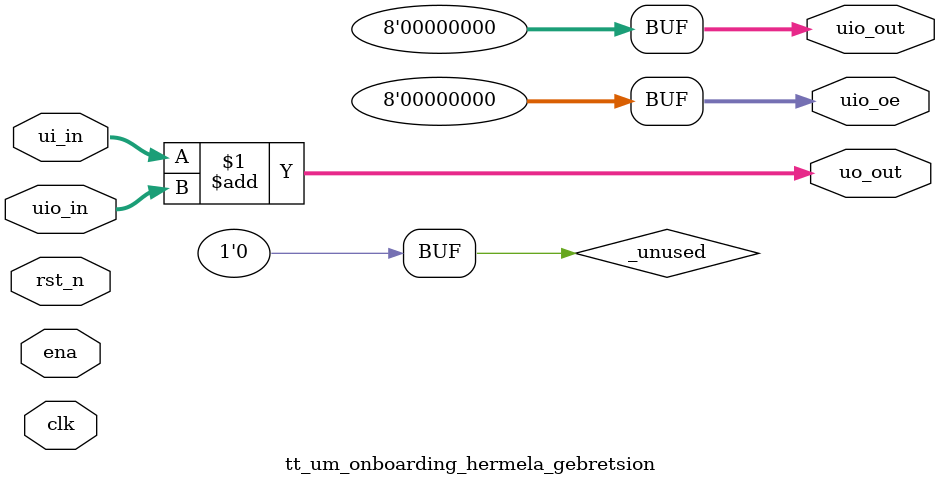
<source format=v>
/*
 * Copyright (c) 2024 Your Name
 * SPDX-License-Identifier: Apache-2.0
 */

`default_nettype none

module tt_um_onboarding_hermela_gebretsion (
    input  wire [7:0] ui_in,    // Dedicated inputs
    output wire [7:0] uo_out,   // Dedicated outputs
    input  wire [7:0] uio_in,   // IOs: Input path
    output wire [7:0] uio_out,  // IOs: Output path
    output wire [7:0] uio_oe,   // IOs: Enable path (active high: 0=input, 1=output)
    input  wire       ena,      // always 1 when the design is powered, so you can ignore it
    input  wire       clk,      // clock
    input  wire       rst_n     // reset_n - low to reset
);

  // All output pins must be assigned. If not used, assign to 0.
  assign uo_out  = ui_in + uio_in;  // Example: ou_out is the sum of ui_in and uio_in
  assign uio_out = 0;
  assign uio_oe  = 0;

  // List all unused inputs to prevent warnings
  wire _unused = &{ena, clk, rst_n, 1'b0};

endmodule

</source>
